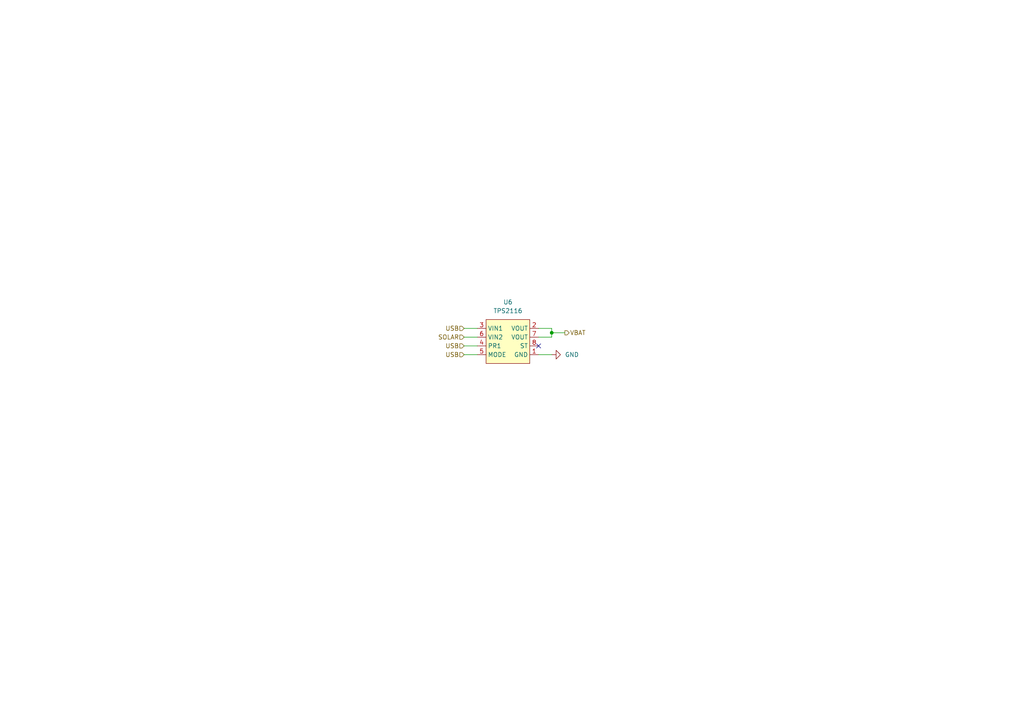
<source format=kicad_sch>
(kicad_sch (version 20230121) (generator eeschema)
  (paper "A4")
  (title_block (title "Power Mux") (date "2023-09-19") (rev "1.2.0"))
  (lib_symbols
    (symbol "PicoUPS:TPS2116"
      (property "Reference" "U" (at 0 0 0))
      (symbol "TPS2116_1_1"
        (rectangle (start -6.35 6.35) (end 6.35 -6.35) (fill (type background)))
        (pin power_in line (at 8.89 -3.81 180) (length 2.54) (name "GND") (number "1"))
        (pin power_out line (at 8.89 3.81 180) (length 2.54) (name "VOUT") (number "2"))
        (pin power_in line (at -8.89 3.81 0) (length 2.54) (name "VIN1") (number "3"))
        (pin input line (at -8.89 -1.27 0) (length 2.54) (name "PR1") (number "4"))
        (pin input line (at -8.89 -3.81 0) (length 2.54) (name "MODE") (number "5"))
        (pin power_in line (at -8.89 1.27 0) (length 2.54) (name "VIN2") (number "6"))
        (pin power_out line (at 8.89 1.27 180) (length 2.54) (name "VOUT") (number "7"))
        (pin open_collector line (at 8.89 -1.27 180) (length 2.54) (name "ST") (number "8"))
      )
    )
    (symbol "power:GND" (power) (pin_names (offset 0))
      (property "Value" "GND" (at 0 -3.81 0))
      (symbol "GND_0_1"
        (polyline (pts (xy 0 0) (xy 0 -1.27) (xy 1.27 -1.27) (xy 0 -2.54) (xy -1.27 -1.27) (xy 0 -1.27)))
      )
      (symbol "GND_1_1"
        (pin power_in line (at 0 0 270) (length 0) hide (name "GND") (number "1"))
      )
    )
  )
  (junction (at 160.02 96.52))
  (no_connect (at 156.21 100.33))
  (wire (pts (xy 156.21 95.25) (xy 160.02 95.25)))
  (wire (pts (xy 156.21 102.87) (xy 160.02 102.87)))
  (wire (pts (xy 134.62 95.25) (xy 138.43 95.25)))
  (wire (pts (xy 160.02 95.25) (xy 160.02 96.52)))
  (wire (pts (xy 160.02 96.52) (xy 163.83 96.52)))
  (wire (pts (xy 134.62 97.79) (xy 138.43 97.79)))
  (wire (pts (xy 156.21 97.79) (xy 160.02 97.79)))
  (wire (pts (xy 160.02 96.52) (xy 160.02 97.79)))
  (wire (pts (xy 134.62 100.33) (xy 138.43 100.33)))
  (wire (pts (xy 134.62 102.87) (xy 138.43 102.87)))
  (hierarchical_label "SOLAR" (shape input) (at 134.62 97.79 180))
  (hierarchical_label "USB" (shape input) (at 134.62 100.33 180))
  (hierarchical_label "USB" (shape input) (at 134.62 95.25 180))
  (hierarchical_label "USB" (shape input) (at 134.62 102.87 180))
  (hierarchical_label "VBAT" (shape output) (at 163.83 96.52 0))
  (symbol (lib_id "PicoUPS:TPS2116") (at 147.32 99.06 0) (unit 1)
    (property "Reference" "U6" (at 147.32 87.63 0))
    (property "Value" "TPS2116" (at 147.32 90.17 0))
    (property "Footprint" "Package_TO_SOT_SMD:SOT-583-8" (effects hide))
    (instances (project "picoups" (path "" (reference "U6") (unit 1)) (path "" (reference "U2") (unit 1))))
  )
  (symbol (lib_id "power:GND") (at 160.02 102.87 90) (unit 1)
    (property "Reference" "#PWR039" (effects hide))
    (property "Value" "GND" (at 163.83 102.87 90) (effects (justify right)))
    (instances (project "picoups" (path "" (reference "#PWR039") (unit 1)) (path "" (reference "#PWR022") (unit 1))))
  )
)
</source>
